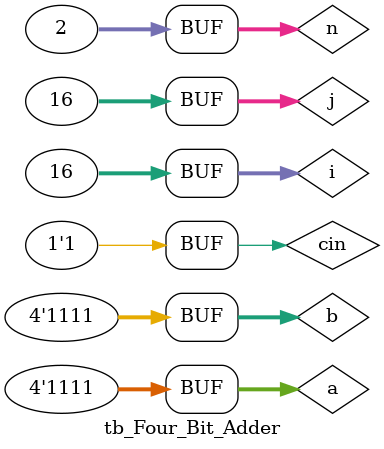
<source format=v>
module tb_Four_Bit_Adder;

	reg [3:0] a, b;
	reg cin;
	wire [3:0] out;
	wire cout;

	Four_Bit_Adder uut (
		.a(a),
		.b(b),
		.cin(cin),
		.out(out),
		.cout(cout)
	);
	
	integer n, i, j;
	initial begin
		for (n = 0; n < 2; n = n + 1) begin
			cin = n;
			for (i = 0; i < 16; i = i + 1) begin
				a = i;
				for (j = 0; j < 16; j = j + 1) begin
					b = j;
					#10;
				end
			end
		end
	end

endmodule
</source>
